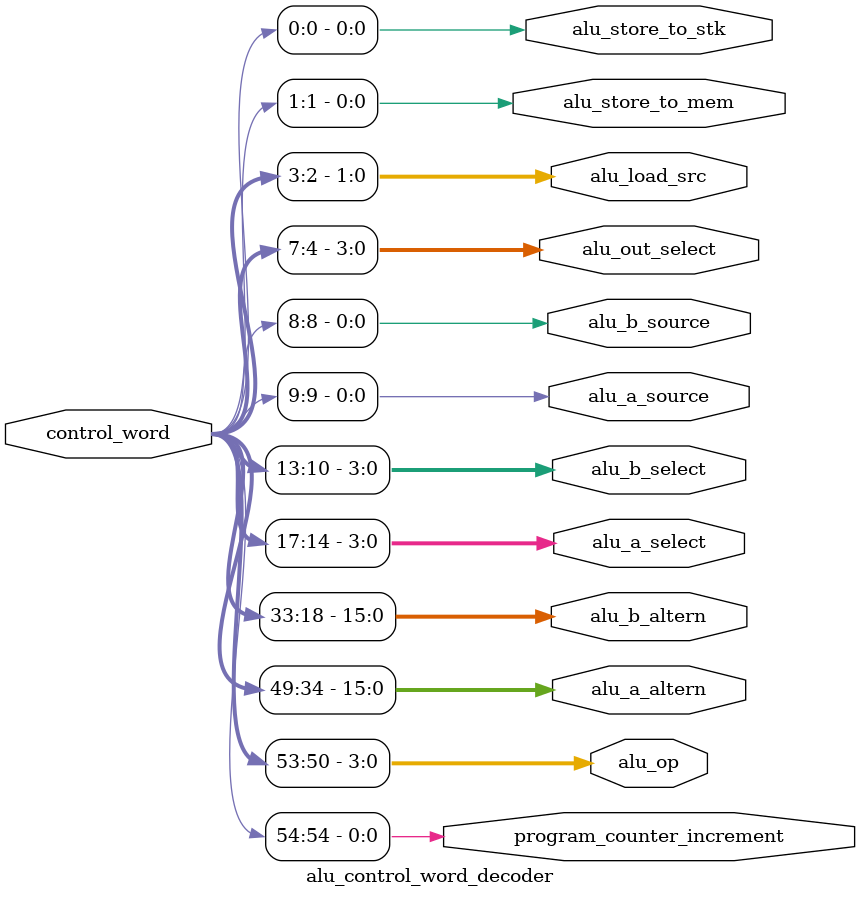
<source format=v>
module alu_control_word_decoder(
  input[54:0] control_word,
  output program_counter_increment,
  output[3:0] alu_op,
  output[15:0] alu_a_altern,
  output[15:0] alu_b_altern,
  output[3:0] alu_a_select,
  output[3:0] alu_b_select,
  output alu_a_source,
  output alu_b_source,
  output[3:0] alu_out_select,
  output[1:0] alu_load_src,
  output alu_store_to_mem,
  output alu_store_to_stk);

  assign {program_counter_increment,
    alu_op,
    alu_a_altern,
    alu_b_altern,
    alu_a_select,
    alu_b_select,
    alu_a_source,
    alu_b_source,
    alu_out_select,
    alu_load_src,
    alu_store_to_mem,
    alu_store_to_stk
  } = control_word;

endmodule

</source>
